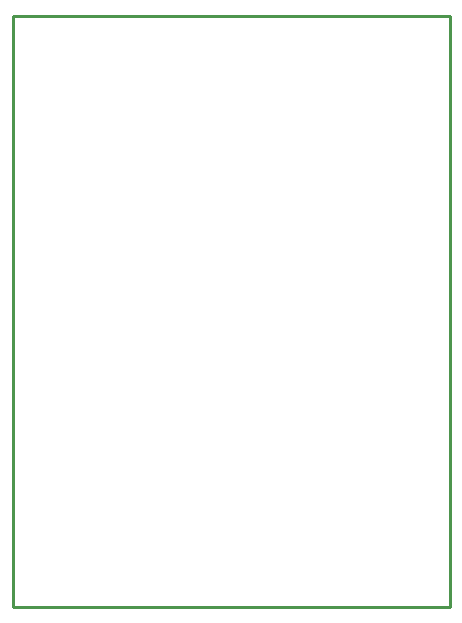
<source format=gko>
G04 Layer: BoardOutlineLayer*
G04 EasyEDA v6.5.40, 2024-02-04 03:55:30*
G04 936758304a9441538e57e2a98c5da18a,153482dac41149f1974aef67bcea995d,10*
G04 Gerber Generator version 0.2*
G04 Scale: 100 percent, Rotated: No, Reflected: No *
G04 Dimensions in millimeters *
G04 leading zeros omitted , absolute positions ,4 integer and 5 decimal *
%FSLAX45Y45*%
%MOMM*%

%ADD10C,0.2540*%
D10*
X3699990Y4999992D02*
G01*
X0Y4999989D01*
X0Y0D01*
X3699990Y0D01*
X3699990Y4999992D01*

%LPD*%
M02*

</source>
